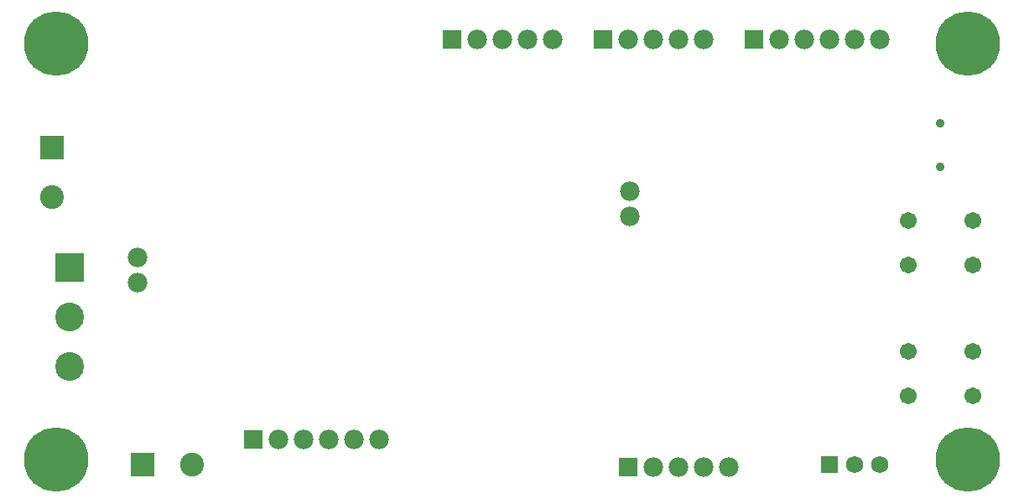
<source format=gbs>
%FSLAX43Y43*%
%MOMM*%
G71*
G01*
G75*
G04 Layer_Color=16711935*
%ADD10R,1.270X0.508*%
%ADD11R,0.762X0.762*%
%ADD12R,2.160X2.500*%
%ADD13R,0.762X0.762*%
%ADD14R,2.300X0.500*%
%ADD15R,2.500X2.000*%
%ADD16R,6.200X5.800*%
%ADD17R,3.000X1.600*%
G04:AMPARAMS|DCode=18|XSize=2.5mm|YSize=1.7mm|CornerRadius=0.212mm|HoleSize=0mm|Usage=FLASHONLY|Rotation=90.000|XOffset=0mm|YOffset=0mm|HoleType=Round|Shape=RoundedRectangle|*
%AMROUNDEDRECTD18*
21,1,2.500,1.275,0,0,90.0*
21,1,2.075,1.700,0,0,90.0*
1,1,0.425,0.637,1.038*
1,1,0.425,0.637,-1.038*
1,1,0.425,-0.637,-1.038*
1,1,0.425,-0.637,1.038*
%
%ADD18ROUNDEDRECTD18*%
%ADD19R,1.524X1.524*%
%ADD20R,2.032X3.175*%
%ADD21R,1.000X1.000*%
%ADD22R,1.016X1.270*%
%ADD23R,3.500X2.200*%
%ADD24R,1.200X2.200*%
%ADD25R,1.100X0.600*%
%ADD26O,0.650X1.650*%
%ADD27R,5.600X2.100*%
%ADD28O,1.450X0.300*%
%ADD29O,0.300X1.450*%
%ADD30R,1.200X0.750*%
%ADD31R,1.700X2.500*%
%ADD32O,0.800X0.350*%
%ADD33R,4.400X1.900*%
%ADD34R,1.000X0.750*%
%ADD35C,0.203*%
%ADD36C,0.254*%
%ADD37C,0.406*%
%ADD38C,0.762*%
%ADD39C,0.508*%
%ADD40R,1.702X1.270*%
%ADD41R,2.667X3.302*%
%ADD42R,4.318X4.953*%
%ADD43R,2.667X15.240*%
%ADD44R,4.953X5.588*%
%ADD45R,6.604X3.556*%
%ADD46R,2.540X2.540*%
%ADD47R,1.219X0.635*%
%ADD48R,12.192X5.588*%
%ADD49R,9.119X4.715*%
%ADD50R,10.160X2.286*%
%ADD51R,4.826X5.588*%
%ADD52R,1.270X9.652*%
%ADD53R,10.262X8.890*%
%ADD54R,9.906X8.890*%
%ADD55R,1.270X13.589*%
%ADD56R,11.430X3.683*%
%ADD57R,11.836X3.683*%
%ADD58R,11.811X3.683*%
%ADD59R,1.270X11.303*%
%ADD60R,2.540X5.842*%
%ADD61R,4.064X14.732*%
%ADD62R,12.040X3.708*%
%ADD63R,2.413X8.128*%
%ADD64R,4.064X12.294*%
%ADD65R,37.160X3.708*%
%ADD66R,4.064X3.683*%
%ADD67R,2.413X3.175*%
%ADD68R,2.921X13.589*%
%ADD69R,4.826X4.064*%
%ADD70R,2.921X21.234*%
%ADD71R,0.889X0.762*%
%ADD72R,3.048X3.556*%
%ADD73R,5.461X3.302*%
%ADD74R,9.271X8.001*%
%ADD75R,4.953X8.890*%
%ADD76R,1.803X17.018*%
%ADD77C,6.500*%
%ADD78R,1.778X1.778*%
%ADD79C,1.778*%
%ADD80R,2.200X2.200*%
%ADD81C,2.200*%
%ADD82C,2.700*%
%ADD83R,2.700X2.700*%
%ADD84R,2.200X2.200*%
%ADD85C,0.900*%
%ADD86R,1.524X1.524*%
%ADD87C,1.524*%
%ADD88C,1.500*%
%ADD89C,0.700*%
%ADD90C,1.000*%
%ADD91C,0.500*%
%ADD92R,4.191X5.588*%
%ADD93R,6.604X3.048*%
%ADD94R,13.208X3.048*%
%ADD95R,1.270X2.794*%
%ADD96R,4.572X6.858*%
%ADD97R,2.794X17.018*%
%ADD98R,22.860X2.921*%
%ADD99R,2.921X18.796*%
%ADD100R,17.856X6.096*%
%ADD101R,6.350X12.700*%
%ADD102R,15.494X5.842*%
%ADD103C,0.250*%
%ADD104C,0.100*%
%ADD105C,0.600*%
%ADD106C,0.127*%
%ADD107C,0.025*%
%ADD108C,0.203*%
%ADD109C,0.102*%
%ADD110C,0.200*%
%ADD111C,0.152*%
%ADD112C,0.229*%
%ADD113R,0.762X0.500*%
%ADD114R,2.530X2.540*%
%ADD115R,0.500X1.000*%
%ADD116R,1.473X0.711*%
%ADD117R,0.965X0.965*%
%ADD118R,2.363X2.703*%
%ADD119R,0.965X0.965*%
%ADD120R,2.503X0.703*%
%ADD121R,2.703X2.203*%
%ADD122R,6.403X6.003*%
%ADD123R,3.203X1.803*%
G04:AMPARAMS|DCode=124|XSize=2.703mm|YSize=1.903mm|CornerRadius=0.314mm|HoleSize=0mm|Usage=FLASHONLY|Rotation=90.000|XOffset=0mm|YOffset=0mm|HoleType=Round|Shape=RoundedRectangle|*
%AMROUNDEDRECTD124*
21,1,2.703,1.275,0,0,90.0*
21,1,2.075,1.903,0,0,90.0*
1,1,0.628,0.637,1.038*
1,1,0.628,0.637,-1.038*
1,1,0.628,-0.637,-1.038*
1,1,0.628,-0.637,1.038*
%
%ADD124ROUNDEDRECTD124*%
%ADD125R,1.727X1.727*%
%ADD126R,2.235X3.378*%
%ADD127R,1.203X1.203*%
%ADD128R,1.219X1.473*%
%ADD129R,3.703X2.403*%
%ADD130R,1.403X2.403*%
%ADD131R,1.303X0.803*%
%ADD132O,0.853X1.853*%
%ADD133R,5.803X2.303*%
%ADD134O,1.653X0.503*%
%ADD135O,0.503X1.653*%
%ADD136R,1.403X0.953*%
%ADD137R,1.903X2.703*%
%ADD138O,1.003X0.553*%
%ADD139R,4.603X2.103*%
%ADD140R,1.203X0.953*%
%ADD141R,1.981X1.981*%
%ADD142C,1.981*%
%ADD143R,2.403X2.403*%
%ADD144C,2.403*%
%ADD145C,2.903*%
%ADD146R,2.903X2.903*%
%ADD147R,2.403X2.403*%
%ADD148R,1.727X1.727*%
%ADD149C,1.727*%
%ADD150C,1.703*%
%ADD151C,1.203*%
%ADD152C,0.703*%
D77*
X4000Y46000D02*
D03*
X96000D02*
D03*
X4000Y4000D02*
D03*
X96000D02*
D03*
D85*
X93188Y33614D02*
D03*
Y38014D02*
D03*
D141*
X61722Y3302D02*
D03*
X23876Y6096D02*
D03*
X59182Y46482D02*
D03*
X43942D02*
D03*
X74422D02*
D03*
D142*
X64262Y3302D02*
D03*
X66802Y3302D02*
D03*
X69342Y3302D02*
D03*
X71882Y3302D02*
D03*
X26416Y6096D02*
D03*
X28956Y6096D02*
D03*
X31496Y6096D02*
D03*
X34036Y6096D02*
D03*
X36576Y6096D02*
D03*
X61722Y46482D02*
D03*
X64262Y46482D02*
D03*
X66802Y46482D02*
D03*
X69342Y46482D02*
D03*
X46482Y46482D02*
D03*
X49022Y46482D02*
D03*
X51562Y46482D02*
D03*
X54102Y46482D02*
D03*
X76962Y46482D02*
D03*
X79502Y46482D02*
D03*
X82042Y46482D02*
D03*
X84582Y46482D02*
D03*
X87122Y46482D02*
D03*
X12196Y24452D02*
D03*
X12196Y21912D02*
D03*
X61874Y31090D02*
D03*
X61874Y28550D02*
D03*
D143*
X3556Y35560D02*
D03*
D144*
Y30560D02*
D03*
X17700Y3556D02*
D03*
D145*
X5334Y13390D02*
D03*
Y18390D02*
D03*
D146*
Y23390D02*
D03*
D147*
X12700Y3556D02*
D03*
D148*
X82042D02*
D03*
D149*
X84582D02*
D03*
X87122D02*
D03*
D150*
X89968Y10450D02*
D03*
Y14950D02*
D03*
X96468Y10450D02*
D03*
Y14950D02*
D03*
X89968Y23658D02*
D03*
Y28158D02*
D03*
X96468Y23658D02*
D03*
Y28158D02*
D03*
D151*
X1835Y47250D02*
D03*
Y44750D02*
D03*
X4000Y43500D02*
D03*
X6165Y44750D02*
D03*
X4000Y48500D02*
D03*
X6165Y47250D02*
D03*
X93835D02*
D03*
Y44750D02*
D03*
X96000Y43500D02*
D03*
X98165Y44750D02*
D03*
X96000Y48500D02*
D03*
X98165Y47250D02*
D03*
X1835Y5250D02*
D03*
Y2750D02*
D03*
X4000Y1500D02*
D03*
X6165Y2750D02*
D03*
X4000Y6500D02*
D03*
X6165Y5250D02*
D03*
X93835D02*
D03*
Y2750D02*
D03*
X96000Y1500D02*
D03*
X98165Y2750D02*
D03*
X96000Y6500D02*
D03*
X98165Y5250D02*
D03*
M02*

</source>
